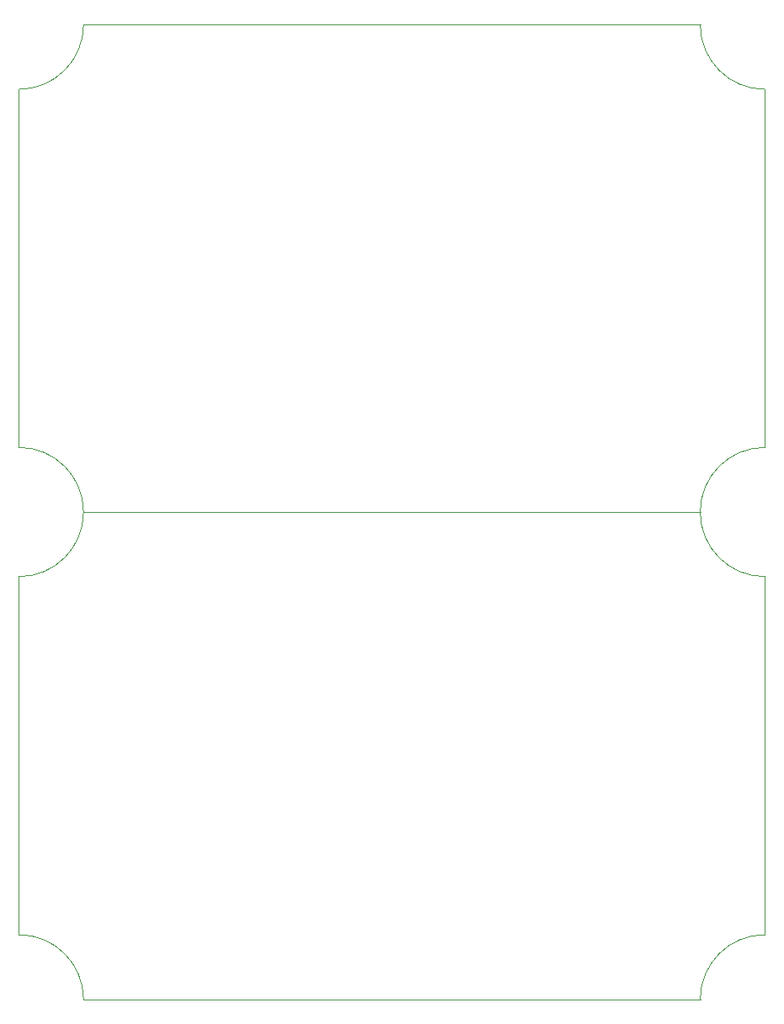
<source format=gbr>
G04 #@! TF.GenerationSoftware,KiCad,Pcbnew,5.1.5+dfsg1-2build2*
G04 #@! TF.CreationDate,2021-12-11T20:31:27-05:00*
G04 #@! TF.ProjectId,,58585858-5858-4585-9858-585858585858,rev?*
G04 #@! TF.SameCoordinates,Original*
G04 #@! TF.FileFunction,Profile,NP*
%FSLAX46Y46*%
G04 Gerber Fmt 4.6, Leading zero omitted, Abs format (unit mm)*
G04 Created by KiCad (PCBNEW 5.1.5+dfsg1-2build2) date 2021-12-11 20:31:27*
%MOMM*%
%LPD*%
G04 APERTURE LIST*
%ADD10C,0.050000*%
G04 APERTURE END LIST*
D10*
X181680200Y-101563100D02*
X181680200Y-137563100D01*
X113180200Y-95063100D02*
X175180200Y-95063100D01*
X106680200Y-101563100D02*
G75*
G03X113180200Y-95063100I0J6500000D01*
G01*
X106680200Y-101563100D02*
X106680200Y-137563100D01*
X175180200Y-95063100D02*
G75*
G03X181680200Y-101563100I6500000J0D01*
G01*
X113180200Y-144063100D02*
X175180200Y-144063100D01*
X106680200Y-137563100D02*
G75*
G02X113180200Y-144063100I0J-6500000D01*
G01*
X175180200Y-144063100D02*
G75*
G02X181680200Y-137563100I6500000J0D01*
G01*
X175180200Y-95063100D02*
G75*
G02X181680200Y-88563100I6500000J0D01*
G01*
X175180200Y-46063100D02*
G75*
G03X181680200Y-52563100I6500000J0D01*
G01*
X106680200Y-88563100D02*
G75*
G02X113180200Y-95063100I0J-6500000D01*
G01*
X106680200Y-52563100D02*
G75*
G03X113180200Y-46063100I0J6500000D01*
G01*
X181680200Y-52563100D02*
X181680200Y-88563100D01*
X106680200Y-52563100D02*
X106680200Y-88563100D01*
X113180200Y-95063100D02*
X175180200Y-95063100D01*
X113180200Y-46063100D02*
X175180200Y-46063100D01*
M02*

</source>
